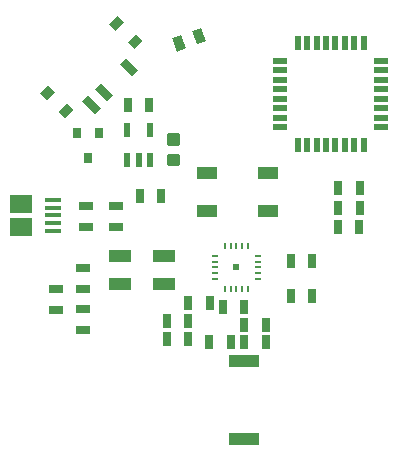
<source format=gtp>
G75*
%MOIN*%
%OFA0B0*%
%FSLAX25Y25*%
%IPPOS*%
%LPD*%
%AMOC8*
5,1,8,0,0,1.08239X$1,22.5*
%
%ADD10R,0.05000X0.02200*%
%ADD11R,0.02200X0.05000*%
%ADD12R,0.03150X0.03543*%
%ADD13R,0.06500X0.03937*%
%ADD14R,0.03150X0.04724*%
%ADD15R,0.04724X0.03150*%
%ADD16R,0.02165X0.04724*%
%ADD17R,0.05315X0.01575*%
%ADD18R,0.07480X0.05906*%
%ADD19R,0.10000X0.04000*%
%ADD20R,0.01969X0.01969*%
%ADD21R,0.00800X0.01900*%
%ADD22R,0.01900X0.00800*%
%ADD23R,0.03937X0.03150*%
%ADD24R,0.02756X0.05906*%
%ADD25R,0.07480X0.04331*%
%ADD26C,0.01181*%
D10*
X0099005Y0124713D03*
X0099005Y0127862D03*
X0099005Y0131012D03*
X0099005Y0134161D03*
X0099005Y0137311D03*
X0099005Y0140461D03*
X0099005Y0143610D03*
X0099005Y0146760D03*
X0132805Y0146760D03*
X0132805Y0143610D03*
X0132805Y0140461D03*
X0132805Y0137311D03*
X0132805Y0134161D03*
X0132805Y0131012D03*
X0132805Y0127862D03*
X0132805Y0124713D03*
D11*
X0126928Y0118836D03*
X0123779Y0118836D03*
X0120629Y0118836D03*
X0117480Y0118836D03*
X0114330Y0118836D03*
X0111180Y0118836D03*
X0108031Y0118836D03*
X0104881Y0118836D03*
X0104881Y0152636D03*
X0108031Y0152636D03*
X0111180Y0152636D03*
X0114330Y0152636D03*
X0117480Y0152636D03*
X0120629Y0152636D03*
X0123779Y0152636D03*
X0126928Y0152636D03*
D12*
X0038652Y0122585D03*
X0031171Y0122585D03*
X0034912Y0114317D03*
D13*
X0074579Y0109271D03*
X0074579Y0096673D03*
X0094870Y0096673D03*
X0094870Y0109271D03*
D14*
X0118407Y0104472D03*
X0118439Y0097867D03*
X0118323Y0091268D03*
X0125410Y0091268D03*
X0125525Y0097867D03*
X0125494Y0104472D03*
X0109674Y0080168D03*
X0102587Y0080168D03*
X0102587Y0068357D03*
X0109674Y0068357D03*
X0094185Y0058881D03*
X0094193Y0052939D03*
X0087107Y0052939D03*
X0082576Y0052914D03*
X0087099Y0058881D03*
X0087066Y0064742D03*
X0079979Y0064742D03*
X0075515Y0066194D03*
X0068429Y0066194D03*
X0068443Y0060175D03*
X0068443Y0054133D03*
X0061357Y0054133D03*
X0061357Y0060175D03*
X0075490Y0052914D03*
X0059281Y0101853D03*
X0052194Y0101853D03*
X0055416Y0132188D03*
X0048329Y0132188D03*
G36*
X0063113Y0154334D02*
X0066072Y0155412D01*
X0067687Y0150974D01*
X0064728Y0149896D01*
X0063113Y0154334D01*
G37*
G36*
X0069772Y0156757D02*
X0072731Y0157835D01*
X0074346Y0153397D01*
X0071387Y0152319D01*
X0069772Y0156757D01*
G37*
D15*
X0033296Y0056940D03*
X0033296Y0064026D03*
X0033296Y0070719D03*
X0033296Y0077806D03*
X0024275Y0070888D03*
X0024275Y0063801D03*
X0034214Y0091456D03*
X0034214Y0098542D03*
X0044469Y0098552D03*
X0044469Y0091465D03*
D16*
X0048136Y0113630D03*
X0051876Y0113630D03*
X0055616Y0113630D03*
X0055616Y0123867D03*
X0048136Y0123867D03*
D17*
X0023194Y0100419D03*
X0023194Y0097860D03*
X0023194Y0095301D03*
X0023194Y0092742D03*
X0023194Y0090183D03*
D18*
X0012564Y0091364D03*
X0012564Y0099238D03*
D19*
X0087062Y0046701D03*
X0087062Y0020701D03*
D20*
X0084482Y0077925D03*
D21*
X0084482Y0085225D03*
X0086432Y0085225D03*
X0088432Y0085225D03*
X0082532Y0085225D03*
X0080532Y0085225D03*
X0080532Y0070625D03*
X0082532Y0070625D03*
X0084482Y0070625D03*
X0086432Y0070625D03*
X0088432Y0070625D03*
D22*
X0091782Y0073975D03*
X0091782Y0075975D03*
X0091782Y0077925D03*
X0091782Y0079875D03*
X0091782Y0081875D03*
X0077182Y0081875D03*
X0077182Y0079875D03*
X0077182Y0077925D03*
X0077182Y0075975D03*
X0077182Y0073975D03*
D23*
G36*
X0025120Y0129869D02*
X0027902Y0132651D01*
X0030130Y0130423D01*
X0027348Y0127641D01*
X0025120Y0129869D01*
G37*
G36*
X0018996Y0135994D02*
X0021778Y0138776D01*
X0024006Y0136548D01*
X0021224Y0133766D01*
X0018996Y0135994D01*
G37*
G36*
X0042102Y0159100D02*
X0044884Y0161882D01*
X0047112Y0159654D01*
X0044330Y0156872D01*
X0042102Y0159100D01*
G37*
G36*
X0048226Y0152976D02*
X0051008Y0155758D01*
X0053236Y0153530D01*
X0050454Y0150748D01*
X0048226Y0152976D01*
G37*
D24*
G36*
X0045581Y0145875D02*
X0047530Y0147824D01*
X0051705Y0143649D01*
X0049756Y0141700D01*
X0045581Y0145875D01*
G37*
G36*
X0037230Y0137523D02*
X0039179Y0139472D01*
X0043354Y0135297D01*
X0041405Y0133348D01*
X0037230Y0137523D01*
G37*
G36*
X0033054Y0133347D02*
X0035003Y0135296D01*
X0039178Y0131121D01*
X0037229Y0129172D01*
X0033054Y0133347D01*
G37*
D25*
X0045713Y0081624D03*
X0045713Y0072569D03*
X0060279Y0072569D03*
X0060279Y0081624D03*
D26*
X0062099Y0115023D02*
X0064855Y0115023D01*
X0064855Y0112267D01*
X0062099Y0112267D01*
X0062099Y0115023D01*
X0062099Y0113447D02*
X0064855Y0113447D01*
X0064855Y0114627D02*
X0062099Y0114627D01*
X0062099Y0121928D02*
X0064855Y0121928D01*
X0064855Y0119172D01*
X0062099Y0119172D01*
X0062099Y0121928D01*
X0062099Y0120352D02*
X0064855Y0120352D01*
X0064855Y0121532D02*
X0062099Y0121532D01*
M02*

</source>
